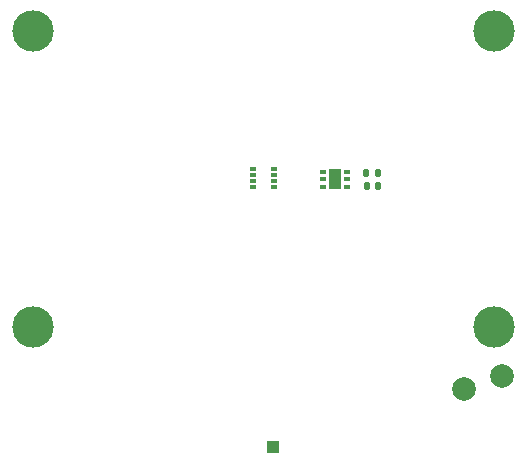
<source format=gts>
%TF.GenerationSoftware,KiCad,Pcbnew,7.0.2*%
%TF.CreationDate,2023-07-30T22:14:57-04:00*%
%TF.ProjectId,ExternalFaces,45787465-726e-4616-9c46-616365732e6b,rev?*%
%TF.SameCoordinates,Original*%
%TF.FileFunction,Soldermask,Top*%
%TF.FilePolarity,Negative*%
%FSLAX46Y46*%
G04 Gerber Fmt 4.6, Leading zero omitted, Abs format (unit mm)*
G04 Created by KiCad (PCBNEW 7.0.2) date 2023-07-30 22:14:57*
%MOMM*%
%LPD*%
G01*
G04 APERTURE LIST*
G04 Aperture macros list*
%AMRoundRect*
0 Rectangle with rounded corners*
0 $1 Rounding radius*
0 $2 $3 $4 $5 $6 $7 $8 $9 X,Y pos of 4 corners*
0 Add a 4 corners polygon primitive as box body*
4,1,4,$2,$3,$4,$5,$6,$7,$8,$9,$2,$3,0*
0 Add four circle primitives for the rounded corners*
1,1,$1+$1,$2,$3*
1,1,$1+$1,$4,$5*
1,1,$1+$1,$6,$7*
1,1,$1+$1,$8,$9*
0 Add four rect primitives between the rounded corners*
20,1,$1+$1,$2,$3,$4,$5,0*
20,1,$1+$1,$4,$5,$6,$7,0*
20,1,$1+$1,$6,$7,$8,$9,0*
20,1,$1+$1,$8,$9,$2,$3,0*%
G04 Aperture macros list end*
%ADD10RoundRect,0.140000X0.140000X0.170000X-0.140000X0.170000X-0.140000X-0.170000X0.140000X-0.170000X0*%
%ADD11R,0.620000X0.300000*%
%ADD12R,0.600000X0.350000*%
%ADD13R,1.100000X1.700000*%
%ADD14C,3.500000*%
%ADD15R,1.000000X1.000000*%
%ADD16C,2.000000*%
G04 APERTURE END LIST*
D10*
X139160000Y-96200000D03*
X138200000Y-96200000D03*
D11*
X130400000Y-97400000D03*
X130400000Y-96900000D03*
X130400000Y-96400000D03*
X130400000Y-95900000D03*
X128580000Y-95900000D03*
X128580000Y-96400000D03*
X128580000Y-96900000D03*
X128580000Y-97400000D03*
D12*
X134500000Y-96075000D03*
X134500000Y-96725000D03*
X134500000Y-97375000D03*
X136600000Y-97375000D03*
X136600000Y-96725000D03*
X136600000Y-96075000D03*
D13*
X135550000Y-96725000D03*
D10*
X139180000Y-97300000D03*
X138220000Y-97300000D03*
D14*
X149000000Y-84200000D03*
X110000000Y-84200000D03*
D15*
X130300000Y-119400000D03*
D14*
X149000000Y-109200000D03*
X110000000Y-109200000D03*
D16*
X146500000Y-114500000D03*
X149700000Y-113400000D03*
M02*

</source>
